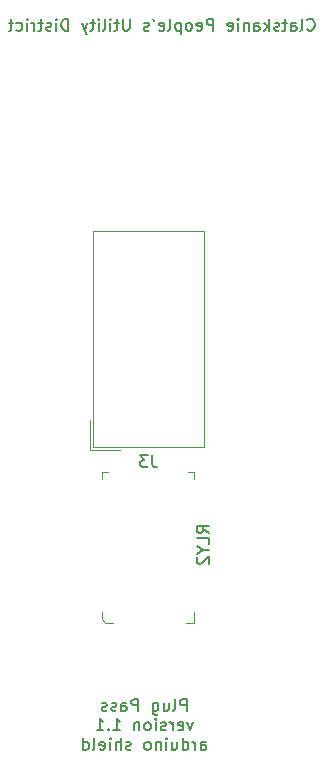
<source format=gbo>
G04 #@! TF.GenerationSoftware,KiCad,Pcbnew,(5.1.5)-3*
G04 #@! TF.CreationDate,2020-05-07T10:18:35-07:00*
G04 #@! TF.ProjectId,Plug_Pass_arduino_shield,506c7567-5f50-4617-9373-5f6172647569,rev?*
G04 #@! TF.SameCoordinates,Original*
G04 #@! TF.FileFunction,Legend,Bot*
G04 #@! TF.FilePolarity,Positive*
%FSLAX46Y46*%
G04 Gerber Fmt 4.6, Leading zero omitted, Abs format (unit mm)*
G04 Created by KiCad (PCBNEW (5.1.5)-3) date 2020-05-07 10:18:35*
%MOMM*%
%LPD*%
G04 APERTURE LIST*
%ADD10C,0.150000*%
%ADD11C,0.100000*%
%ADD12C,0.120000*%
G04 APERTURE END LIST*
D10*
X118142754Y-65005222D02*
X118190373Y-65052841D01*
X118333230Y-65100460D01*
X118428468Y-65100460D01*
X118571325Y-65052841D01*
X118666563Y-64957603D01*
X118714182Y-64862365D01*
X118761801Y-64671889D01*
X118761801Y-64529032D01*
X118714182Y-64338556D01*
X118666563Y-64243318D01*
X118571325Y-64148080D01*
X118428468Y-64100460D01*
X118333230Y-64100460D01*
X118190373Y-64148080D01*
X118142754Y-64195699D01*
X117571325Y-65100460D02*
X117666563Y-65052841D01*
X117714182Y-64957603D01*
X117714182Y-64100460D01*
X116761801Y-65100460D02*
X116761801Y-64576651D01*
X116809420Y-64481413D01*
X116904659Y-64433794D01*
X117095135Y-64433794D01*
X117190373Y-64481413D01*
X116761801Y-65052841D02*
X116857040Y-65100460D01*
X117095135Y-65100460D01*
X117190373Y-65052841D01*
X117237992Y-64957603D01*
X117237992Y-64862365D01*
X117190373Y-64767127D01*
X117095135Y-64719508D01*
X116857040Y-64719508D01*
X116761801Y-64671889D01*
X116428468Y-64433794D02*
X116047516Y-64433794D01*
X116285611Y-64100460D02*
X116285611Y-64957603D01*
X116237992Y-65052841D01*
X116142754Y-65100460D01*
X116047516Y-65100460D01*
X115761801Y-65052841D02*
X115666563Y-65100460D01*
X115476087Y-65100460D01*
X115380849Y-65052841D01*
X115333230Y-64957603D01*
X115333230Y-64909984D01*
X115380849Y-64814746D01*
X115476087Y-64767127D01*
X115618944Y-64767127D01*
X115714182Y-64719508D01*
X115761801Y-64624270D01*
X115761801Y-64576651D01*
X115714182Y-64481413D01*
X115618944Y-64433794D01*
X115476087Y-64433794D01*
X115380849Y-64481413D01*
X114904659Y-65100460D02*
X114904659Y-64100460D01*
X114809420Y-64719508D02*
X114523706Y-65100460D01*
X114523706Y-64433794D02*
X114904659Y-64814746D01*
X113666563Y-65100460D02*
X113666563Y-64576651D01*
X113714182Y-64481413D01*
X113809420Y-64433794D01*
X113999897Y-64433794D01*
X114095135Y-64481413D01*
X113666563Y-65052841D02*
X113761801Y-65100460D01*
X113999897Y-65100460D01*
X114095135Y-65052841D01*
X114142754Y-64957603D01*
X114142754Y-64862365D01*
X114095135Y-64767127D01*
X113999897Y-64719508D01*
X113761801Y-64719508D01*
X113666563Y-64671889D01*
X113190373Y-64433794D02*
X113190373Y-65100460D01*
X113190373Y-64529032D02*
X113142754Y-64481413D01*
X113047516Y-64433794D01*
X112904659Y-64433794D01*
X112809420Y-64481413D01*
X112761801Y-64576651D01*
X112761801Y-65100460D01*
X112285611Y-65100460D02*
X112285611Y-64433794D01*
X112285611Y-64100460D02*
X112333230Y-64148080D01*
X112285611Y-64195699D01*
X112237992Y-64148080D01*
X112285611Y-64100460D01*
X112285611Y-64195699D01*
X111428468Y-65052841D02*
X111523706Y-65100460D01*
X111714182Y-65100460D01*
X111809420Y-65052841D01*
X111857040Y-64957603D01*
X111857040Y-64576651D01*
X111809420Y-64481413D01*
X111714182Y-64433794D01*
X111523706Y-64433794D01*
X111428468Y-64481413D01*
X111380849Y-64576651D01*
X111380849Y-64671889D01*
X111857040Y-64767127D01*
X110190373Y-65100460D02*
X110190373Y-64100460D01*
X109809420Y-64100460D01*
X109714182Y-64148080D01*
X109666563Y-64195699D01*
X109618944Y-64290937D01*
X109618944Y-64433794D01*
X109666563Y-64529032D01*
X109714182Y-64576651D01*
X109809420Y-64624270D01*
X110190373Y-64624270D01*
X108809420Y-65052841D02*
X108904659Y-65100460D01*
X109095135Y-65100460D01*
X109190373Y-65052841D01*
X109237992Y-64957603D01*
X109237992Y-64576651D01*
X109190373Y-64481413D01*
X109095135Y-64433794D01*
X108904659Y-64433794D01*
X108809420Y-64481413D01*
X108761801Y-64576651D01*
X108761801Y-64671889D01*
X109237992Y-64767127D01*
X108190373Y-65100460D02*
X108285611Y-65052841D01*
X108333230Y-65005222D01*
X108380849Y-64909984D01*
X108380849Y-64624270D01*
X108333230Y-64529032D01*
X108285611Y-64481413D01*
X108190373Y-64433794D01*
X108047516Y-64433794D01*
X107952278Y-64481413D01*
X107904659Y-64529032D01*
X107857040Y-64624270D01*
X107857040Y-64909984D01*
X107904659Y-65005222D01*
X107952278Y-65052841D01*
X108047516Y-65100460D01*
X108190373Y-65100460D01*
X107428468Y-64433794D02*
X107428468Y-65433794D01*
X107428468Y-64481413D02*
X107333230Y-64433794D01*
X107142754Y-64433794D01*
X107047516Y-64481413D01*
X106999897Y-64529032D01*
X106952278Y-64624270D01*
X106952278Y-64909984D01*
X106999897Y-65005222D01*
X107047516Y-65052841D01*
X107142754Y-65100460D01*
X107333230Y-65100460D01*
X107428468Y-65052841D01*
X106380849Y-65100460D02*
X106476087Y-65052841D01*
X106523706Y-64957603D01*
X106523706Y-64100460D01*
X105618944Y-65052841D02*
X105714182Y-65100460D01*
X105904659Y-65100460D01*
X105999897Y-65052841D01*
X106047516Y-64957603D01*
X106047516Y-64576651D01*
X105999897Y-64481413D01*
X105904659Y-64433794D01*
X105714182Y-64433794D01*
X105618944Y-64481413D01*
X105571325Y-64576651D01*
X105571325Y-64671889D01*
X106047516Y-64767127D01*
X105095135Y-64100460D02*
X105190373Y-64290937D01*
X104714182Y-65052841D02*
X104618944Y-65100460D01*
X104428468Y-65100460D01*
X104333230Y-65052841D01*
X104285611Y-64957603D01*
X104285611Y-64909984D01*
X104333230Y-64814746D01*
X104428468Y-64767127D01*
X104571325Y-64767127D01*
X104666563Y-64719508D01*
X104714182Y-64624270D01*
X104714182Y-64576651D01*
X104666563Y-64481413D01*
X104571325Y-64433794D01*
X104428468Y-64433794D01*
X104333230Y-64481413D01*
X103095135Y-64100460D02*
X103095135Y-64909984D01*
X103047516Y-65005222D01*
X102999897Y-65052841D01*
X102904659Y-65100460D01*
X102714182Y-65100460D01*
X102618944Y-65052841D01*
X102571325Y-65005222D01*
X102523706Y-64909984D01*
X102523706Y-64100460D01*
X102190373Y-64433794D02*
X101809420Y-64433794D01*
X102047516Y-64100460D02*
X102047516Y-64957603D01*
X101999897Y-65052841D01*
X101904659Y-65100460D01*
X101809420Y-65100460D01*
X101476087Y-65100460D02*
X101476087Y-64433794D01*
X101476087Y-64100460D02*
X101523706Y-64148080D01*
X101476087Y-64195699D01*
X101428468Y-64148080D01*
X101476087Y-64100460D01*
X101476087Y-64195699D01*
X100857040Y-65100460D02*
X100952278Y-65052841D01*
X100999897Y-64957603D01*
X100999897Y-64100460D01*
X100476087Y-65100460D02*
X100476087Y-64433794D01*
X100476087Y-64100460D02*
X100523706Y-64148080D01*
X100476087Y-64195699D01*
X100428468Y-64148080D01*
X100476087Y-64100460D01*
X100476087Y-64195699D01*
X100142754Y-64433794D02*
X99761801Y-64433794D01*
X99999897Y-64100460D02*
X99999897Y-64957603D01*
X99952278Y-65052841D01*
X99857040Y-65100460D01*
X99761801Y-65100460D01*
X99523706Y-64433794D02*
X99285611Y-65100460D01*
X99047516Y-64433794D02*
X99285611Y-65100460D01*
X99380849Y-65338556D01*
X99428468Y-65386175D01*
X99523706Y-65433794D01*
X97904659Y-65100460D02*
X97904659Y-64100460D01*
X97666563Y-64100460D01*
X97523706Y-64148080D01*
X97428468Y-64243318D01*
X97380849Y-64338556D01*
X97333230Y-64529032D01*
X97333230Y-64671889D01*
X97380849Y-64862365D01*
X97428468Y-64957603D01*
X97523706Y-65052841D01*
X97666563Y-65100460D01*
X97904659Y-65100460D01*
X96904659Y-65100460D02*
X96904659Y-64433794D01*
X96904659Y-64100460D02*
X96952278Y-64148080D01*
X96904659Y-64195699D01*
X96857040Y-64148080D01*
X96904659Y-64100460D01*
X96904659Y-64195699D01*
X96476087Y-65052841D02*
X96380849Y-65100460D01*
X96190373Y-65100460D01*
X96095135Y-65052841D01*
X96047516Y-64957603D01*
X96047516Y-64909984D01*
X96095135Y-64814746D01*
X96190373Y-64767127D01*
X96333230Y-64767127D01*
X96428468Y-64719508D01*
X96476087Y-64624270D01*
X96476087Y-64576651D01*
X96428468Y-64481413D01*
X96333230Y-64433794D01*
X96190373Y-64433794D01*
X96095135Y-64481413D01*
X95761801Y-64433794D02*
X95380849Y-64433794D01*
X95618944Y-64100460D02*
X95618944Y-64957603D01*
X95571325Y-65052841D01*
X95476087Y-65100460D01*
X95380849Y-65100460D01*
X95047516Y-65100460D02*
X95047516Y-64433794D01*
X95047516Y-64624270D02*
X94999897Y-64529032D01*
X94952278Y-64481413D01*
X94857040Y-64433794D01*
X94761801Y-64433794D01*
X94428468Y-65100460D02*
X94428468Y-64433794D01*
X94428468Y-64100460D02*
X94476087Y-64148080D01*
X94428468Y-64195699D01*
X94380849Y-64148080D01*
X94428468Y-64100460D01*
X94428468Y-64195699D01*
X93523706Y-65052841D02*
X93618944Y-65100460D01*
X93809420Y-65100460D01*
X93904659Y-65052841D01*
X93952278Y-65005222D01*
X93999897Y-64909984D01*
X93999897Y-64624270D01*
X93952278Y-64529032D01*
X93904659Y-64481413D01*
X93809420Y-64433794D01*
X93618944Y-64433794D01*
X93523706Y-64481413D01*
X93237992Y-64433794D02*
X92857040Y-64433794D01*
X93095135Y-64100460D02*
X93095135Y-64957603D01*
X93047516Y-65052841D01*
X92952278Y-65100460D01*
X92857040Y-65100460D01*
X107927328Y-122698500D02*
X107927328Y-121698500D01*
X107546376Y-121698500D01*
X107451138Y-121746120D01*
X107403519Y-121793739D01*
X107355900Y-121888977D01*
X107355900Y-122031834D01*
X107403519Y-122127072D01*
X107451138Y-122174691D01*
X107546376Y-122222310D01*
X107927328Y-122222310D01*
X106784471Y-122698500D02*
X106879709Y-122650881D01*
X106927328Y-122555643D01*
X106927328Y-121698500D01*
X105974947Y-122031834D02*
X105974947Y-122698500D01*
X106403519Y-122031834D02*
X106403519Y-122555643D01*
X106355900Y-122650881D01*
X106260661Y-122698500D01*
X106117804Y-122698500D01*
X106022566Y-122650881D01*
X105974947Y-122603262D01*
X105070185Y-122031834D02*
X105070185Y-122841358D01*
X105117804Y-122936596D01*
X105165423Y-122984215D01*
X105260661Y-123031834D01*
X105403519Y-123031834D01*
X105498757Y-122984215D01*
X105070185Y-122650881D02*
X105165423Y-122698500D01*
X105355900Y-122698500D01*
X105451138Y-122650881D01*
X105498757Y-122603262D01*
X105546376Y-122508024D01*
X105546376Y-122222310D01*
X105498757Y-122127072D01*
X105451138Y-122079453D01*
X105355900Y-122031834D01*
X105165423Y-122031834D01*
X105070185Y-122079453D01*
X103832090Y-122698500D02*
X103832090Y-121698500D01*
X103451138Y-121698500D01*
X103355900Y-121746120D01*
X103308280Y-121793739D01*
X103260661Y-121888977D01*
X103260661Y-122031834D01*
X103308280Y-122127072D01*
X103355900Y-122174691D01*
X103451138Y-122222310D01*
X103832090Y-122222310D01*
X102403519Y-122698500D02*
X102403519Y-122174691D01*
X102451138Y-122079453D01*
X102546376Y-122031834D01*
X102736852Y-122031834D01*
X102832090Y-122079453D01*
X102403519Y-122650881D02*
X102498757Y-122698500D01*
X102736852Y-122698500D01*
X102832090Y-122650881D01*
X102879709Y-122555643D01*
X102879709Y-122460405D01*
X102832090Y-122365167D01*
X102736852Y-122317548D01*
X102498757Y-122317548D01*
X102403519Y-122269929D01*
X101974947Y-122650881D02*
X101879709Y-122698500D01*
X101689233Y-122698500D01*
X101593995Y-122650881D01*
X101546376Y-122555643D01*
X101546376Y-122508024D01*
X101593995Y-122412786D01*
X101689233Y-122365167D01*
X101832090Y-122365167D01*
X101927328Y-122317548D01*
X101974947Y-122222310D01*
X101974947Y-122174691D01*
X101927328Y-122079453D01*
X101832090Y-122031834D01*
X101689233Y-122031834D01*
X101593995Y-122079453D01*
X101165423Y-122650881D02*
X101070185Y-122698500D01*
X100879709Y-122698500D01*
X100784471Y-122650881D01*
X100736852Y-122555643D01*
X100736852Y-122508024D01*
X100784471Y-122412786D01*
X100879709Y-122365167D01*
X101022566Y-122365167D01*
X101117804Y-122317548D01*
X101165423Y-122222310D01*
X101165423Y-122174691D01*
X101117804Y-122079453D01*
X101022566Y-122031834D01*
X100879709Y-122031834D01*
X100784471Y-122079453D01*
X108451138Y-123681834D02*
X108213042Y-124348500D01*
X107974947Y-123681834D01*
X107213042Y-124300881D02*
X107308280Y-124348500D01*
X107498757Y-124348500D01*
X107593995Y-124300881D01*
X107641614Y-124205643D01*
X107641614Y-123824691D01*
X107593995Y-123729453D01*
X107498757Y-123681834D01*
X107308280Y-123681834D01*
X107213042Y-123729453D01*
X107165423Y-123824691D01*
X107165423Y-123919929D01*
X107641614Y-124015167D01*
X106736852Y-124348500D02*
X106736852Y-123681834D01*
X106736852Y-123872310D02*
X106689233Y-123777072D01*
X106641614Y-123729453D01*
X106546376Y-123681834D01*
X106451138Y-123681834D01*
X106165423Y-124300881D02*
X106070185Y-124348500D01*
X105879709Y-124348500D01*
X105784471Y-124300881D01*
X105736852Y-124205643D01*
X105736852Y-124158024D01*
X105784471Y-124062786D01*
X105879709Y-124015167D01*
X106022566Y-124015167D01*
X106117804Y-123967548D01*
X106165423Y-123872310D01*
X106165423Y-123824691D01*
X106117804Y-123729453D01*
X106022566Y-123681834D01*
X105879709Y-123681834D01*
X105784471Y-123729453D01*
X105308280Y-124348500D02*
X105308280Y-123681834D01*
X105308280Y-123348500D02*
X105355900Y-123396120D01*
X105308280Y-123443739D01*
X105260661Y-123396120D01*
X105308280Y-123348500D01*
X105308280Y-123443739D01*
X104689233Y-124348500D02*
X104784471Y-124300881D01*
X104832090Y-124253262D01*
X104879709Y-124158024D01*
X104879709Y-123872310D01*
X104832090Y-123777072D01*
X104784471Y-123729453D01*
X104689233Y-123681834D01*
X104546376Y-123681834D01*
X104451138Y-123729453D01*
X104403519Y-123777072D01*
X104355900Y-123872310D01*
X104355900Y-124158024D01*
X104403519Y-124253262D01*
X104451138Y-124300881D01*
X104546376Y-124348500D01*
X104689233Y-124348500D01*
X103927328Y-123681834D02*
X103927328Y-124348500D01*
X103927328Y-123777072D02*
X103879709Y-123729453D01*
X103784471Y-123681834D01*
X103641614Y-123681834D01*
X103546376Y-123729453D01*
X103498757Y-123824691D01*
X103498757Y-124348500D01*
X101736852Y-124348500D02*
X102308280Y-124348500D01*
X102022566Y-124348500D02*
X102022566Y-123348500D01*
X102117804Y-123491358D01*
X102213042Y-123586596D01*
X102308280Y-123634215D01*
X101308280Y-124253262D02*
X101260661Y-124300881D01*
X101308280Y-124348500D01*
X101355900Y-124300881D01*
X101308280Y-124253262D01*
X101308280Y-124348500D01*
X100308280Y-124348500D02*
X100879709Y-124348500D01*
X100593995Y-124348500D02*
X100593995Y-123348500D01*
X100689233Y-123491358D01*
X100784471Y-123586596D01*
X100879709Y-123634215D01*
X109117804Y-125998500D02*
X109117804Y-125474691D01*
X109165423Y-125379453D01*
X109260661Y-125331834D01*
X109451138Y-125331834D01*
X109546376Y-125379453D01*
X109117804Y-125950881D02*
X109213042Y-125998500D01*
X109451138Y-125998500D01*
X109546376Y-125950881D01*
X109593995Y-125855643D01*
X109593995Y-125760405D01*
X109546376Y-125665167D01*
X109451138Y-125617548D01*
X109213042Y-125617548D01*
X109117804Y-125569929D01*
X108641614Y-125998500D02*
X108641614Y-125331834D01*
X108641614Y-125522310D02*
X108593995Y-125427072D01*
X108546376Y-125379453D01*
X108451138Y-125331834D01*
X108355900Y-125331834D01*
X107593995Y-125998500D02*
X107593995Y-124998500D01*
X107593995Y-125950881D02*
X107689233Y-125998500D01*
X107879709Y-125998500D01*
X107974947Y-125950881D01*
X108022566Y-125903262D01*
X108070185Y-125808024D01*
X108070185Y-125522310D01*
X108022566Y-125427072D01*
X107974947Y-125379453D01*
X107879709Y-125331834D01*
X107689233Y-125331834D01*
X107593995Y-125379453D01*
X106689233Y-125331834D02*
X106689233Y-125998500D01*
X107117804Y-125331834D02*
X107117804Y-125855643D01*
X107070185Y-125950881D01*
X106974947Y-125998500D01*
X106832090Y-125998500D01*
X106736852Y-125950881D01*
X106689233Y-125903262D01*
X106213042Y-125998500D02*
X106213042Y-125331834D01*
X106213042Y-124998500D02*
X106260661Y-125046120D01*
X106213042Y-125093739D01*
X106165423Y-125046120D01*
X106213042Y-124998500D01*
X106213042Y-125093739D01*
X105736852Y-125331834D02*
X105736852Y-125998500D01*
X105736852Y-125427072D02*
X105689233Y-125379453D01*
X105593995Y-125331834D01*
X105451138Y-125331834D01*
X105355900Y-125379453D01*
X105308280Y-125474691D01*
X105308280Y-125998500D01*
X104689233Y-125998500D02*
X104784471Y-125950881D01*
X104832090Y-125903262D01*
X104879709Y-125808024D01*
X104879709Y-125522310D01*
X104832090Y-125427072D01*
X104784471Y-125379453D01*
X104689233Y-125331834D01*
X104546376Y-125331834D01*
X104451138Y-125379453D01*
X104403519Y-125427072D01*
X104355900Y-125522310D01*
X104355900Y-125808024D01*
X104403519Y-125903262D01*
X104451138Y-125950881D01*
X104546376Y-125998500D01*
X104689233Y-125998500D01*
X103213042Y-125950881D02*
X103117804Y-125998500D01*
X102927328Y-125998500D01*
X102832090Y-125950881D01*
X102784471Y-125855643D01*
X102784471Y-125808024D01*
X102832090Y-125712786D01*
X102927328Y-125665167D01*
X103070185Y-125665167D01*
X103165423Y-125617548D01*
X103213042Y-125522310D01*
X103213042Y-125474691D01*
X103165423Y-125379453D01*
X103070185Y-125331834D01*
X102927328Y-125331834D01*
X102832090Y-125379453D01*
X102355900Y-125998500D02*
X102355900Y-124998500D01*
X101927328Y-125998500D02*
X101927328Y-125474691D01*
X101974947Y-125379453D01*
X102070185Y-125331834D01*
X102213042Y-125331834D01*
X102308280Y-125379453D01*
X102355900Y-125427072D01*
X101451138Y-125998500D02*
X101451138Y-125331834D01*
X101451138Y-124998500D02*
X101498757Y-125046120D01*
X101451138Y-125093739D01*
X101403519Y-125046120D01*
X101451138Y-124998500D01*
X101451138Y-125093739D01*
X100593995Y-125950881D02*
X100689233Y-125998500D01*
X100879709Y-125998500D01*
X100974947Y-125950881D01*
X101022566Y-125855643D01*
X101022566Y-125474691D01*
X100974947Y-125379453D01*
X100879709Y-125331834D01*
X100689233Y-125331834D01*
X100593995Y-125379453D01*
X100546376Y-125474691D01*
X100546376Y-125569929D01*
X101022566Y-125665167D01*
X99974947Y-125998500D02*
X100070185Y-125950881D01*
X100117804Y-125855643D01*
X100117804Y-124998500D01*
X99165423Y-125998500D02*
X99165423Y-124998500D01*
X99165423Y-125950881D02*
X99260661Y-125998500D01*
X99451138Y-125998500D01*
X99546376Y-125950881D01*
X99593995Y-125903262D01*
X99641614Y-125808024D01*
X99641614Y-125522310D01*
X99593995Y-125427072D01*
X99546376Y-125379453D01*
X99451138Y-125331834D01*
X99260661Y-125331834D01*
X99165423Y-125379453D01*
D11*
X108531260Y-102480500D02*
X108081260Y-102480500D01*
X108531260Y-103105500D02*
X108531260Y-102480500D01*
X100781260Y-102480500D02*
X100781260Y-103080500D01*
X101206260Y-102480500D02*
X100781260Y-102480500D01*
X101156260Y-102480500D02*
X101256260Y-102480500D01*
X108531260Y-115230500D02*
X107856260Y-115230500D01*
X108531260Y-114355500D02*
X108531260Y-115230500D01*
X101056260Y-115230500D02*
X101731260Y-115230500D01*
X100781260Y-114955500D02*
X101056260Y-115230500D01*
X100781260Y-114355500D02*
X100781260Y-114955500D01*
D12*
X109363640Y-100373940D02*
X109363640Y-82053940D01*
X109363640Y-82053940D02*
X100013640Y-82053940D01*
X100013640Y-82053940D02*
X100013640Y-100373940D01*
X100013640Y-100373940D02*
X109363640Y-100373940D01*
X99763640Y-100623940D02*
X99763640Y-98083940D01*
X99763640Y-100623940D02*
X102303640Y-100623940D01*
D10*
X109783640Y-107630500D02*
X109307450Y-107297166D01*
X109783640Y-107059071D02*
X108783640Y-107059071D01*
X108783640Y-107440023D01*
X108831260Y-107535261D01*
X108878879Y-107582880D01*
X108974117Y-107630500D01*
X109116974Y-107630500D01*
X109212212Y-107582880D01*
X109259831Y-107535261D01*
X109307450Y-107440023D01*
X109307450Y-107059071D01*
X109783640Y-108535261D02*
X109783640Y-108059071D01*
X108783640Y-108059071D01*
X109307450Y-109059071D02*
X109783640Y-109059071D01*
X108783640Y-108725738D02*
X109307450Y-109059071D01*
X108783640Y-109392404D01*
X108878879Y-109678119D02*
X108831260Y-109725738D01*
X108783640Y-109820976D01*
X108783640Y-110059071D01*
X108831260Y-110154309D01*
X108878879Y-110201928D01*
X108974117Y-110249547D01*
X109069355Y-110249547D01*
X109212212Y-110201928D01*
X109783640Y-109630500D01*
X109783640Y-110249547D01*
X105021973Y-101080320D02*
X105021973Y-101794606D01*
X105069592Y-101937463D01*
X105164830Y-102032701D01*
X105307687Y-102080320D01*
X105402925Y-102080320D01*
X104641020Y-101080320D02*
X104021973Y-101080320D01*
X104355306Y-101461273D01*
X104212449Y-101461273D01*
X104117211Y-101508892D01*
X104069592Y-101556511D01*
X104021973Y-101651749D01*
X104021973Y-101889844D01*
X104069592Y-101985082D01*
X104117211Y-102032701D01*
X104212449Y-102080320D01*
X104498163Y-102080320D01*
X104593401Y-102032701D01*
X104641020Y-101985082D01*
M02*

</source>
